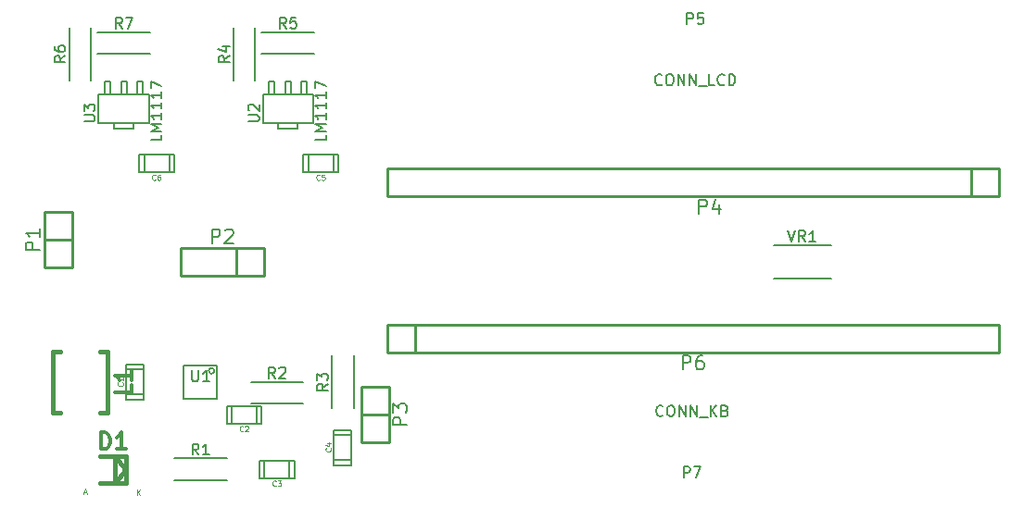
<source format=gto>
%FSLAX46Y46*%
G04 Gerber Fmt 4.6, Leading zero omitted, Abs format (unit mm)*
G04 Created by KiCad (PCBNEW (2014-09-02 BZR 5112)-product) date Fri 05 Sep 2014 18:15:05 BST*
%MOMM*%
G01*
G04 APERTURE LIST*
%ADD10C,0.100000*%
%ADD11C,0.127000*%
%ADD12C,0.381000*%
%ADD13C,0.254000*%
%ADD14C,0.150000*%
%ADD15C,0.152400*%
%ADD16C,0.119380*%
%ADD17C,0.304800*%
%ADD18C,0.099060*%
%ADD19C,0.203200*%
%ADD20C,0.200000*%
%ADD21C,0.200660*%
G04 APERTURE END LIST*
D10*
D11*
X146812800Y-130857000D02*
X145187200Y-130857000D01*
X145187200Y-133143000D02*
X146812800Y-133143000D01*
X145187200Y-133600200D02*
X146812800Y-133600200D01*
X146812800Y-133600200D02*
X146812800Y-130399800D01*
X146812800Y-130399800D02*
X145187200Y-130399800D01*
X145187200Y-130399800D02*
X145187200Y-133600200D01*
X154857000Y-134187200D02*
X154857000Y-135812800D01*
X157143000Y-135812800D02*
X157143000Y-134187200D01*
X157600200Y-135812800D02*
X157600200Y-134187200D01*
X157600200Y-134187200D02*
X154399800Y-134187200D01*
X154399800Y-134187200D02*
X154399800Y-135812800D01*
X154399800Y-135812800D02*
X157600200Y-135812800D01*
X157857000Y-139187200D02*
X157857000Y-140812800D01*
X160143000Y-140812800D02*
X160143000Y-139187200D01*
X160600200Y-140812800D02*
X160600200Y-139187200D01*
X160600200Y-139187200D02*
X157399800Y-139187200D01*
X157399800Y-139187200D02*
X157399800Y-140812800D01*
X157399800Y-140812800D02*
X160600200Y-140812800D01*
X165812800Y-136857000D02*
X164187200Y-136857000D01*
X164187200Y-139143000D02*
X165812800Y-139143000D01*
X164187200Y-139600200D02*
X165812800Y-139600200D01*
X165812800Y-139600200D02*
X165812800Y-136399800D01*
X165812800Y-136399800D02*
X164187200Y-136399800D01*
X164187200Y-136399800D02*
X164187200Y-139600200D01*
X161857000Y-111187200D02*
X161857000Y-112812800D01*
X164143000Y-112812800D02*
X164143000Y-111187200D01*
X164600200Y-112812800D02*
X164600200Y-111187200D01*
X164600200Y-111187200D02*
X161399800Y-111187200D01*
X161399800Y-111187200D02*
X161399800Y-112812800D01*
X161399800Y-112812800D02*
X164600200Y-112812800D01*
X146857000Y-111187200D02*
X146857000Y-112812800D01*
X149143000Y-112812800D02*
X149143000Y-111187200D01*
X149600200Y-112812800D02*
X149600200Y-111187200D01*
X149600200Y-111187200D02*
X146399800Y-111187200D01*
X146399800Y-111187200D02*
X146399800Y-112812800D01*
X146399800Y-112812800D02*
X149600200Y-112812800D01*
D12*
X145150620Y-140000000D02*
X144200660Y-138750320D01*
X144200660Y-138750320D02*
X144200660Y-141249680D01*
X144200660Y-141249680D02*
X145198880Y-140000000D01*
X145198880Y-138750320D02*
X145198880Y-141249680D01*
X142900180Y-138750320D02*
X142801120Y-138750320D01*
X142900180Y-141249680D02*
X142801120Y-141249680D01*
X145198880Y-138750320D02*
X142849380Y-138750320D01*
X145198880Y-141249680D02*
X142950980Y-141249680D01*
X138500640Y-134799080D02*
X138500640Y-129200920D01*
X138500640Y-129200920D02*
X139199140Y-129200920D01*
X139199140Y-134799080D02*
X138500640Y-134799080D01*
X143499360Y-134799080D02*
X142899920Y-134799080D01*
X142899920Y-134799080D02*
X142800860Y-134799080D01*
X143499360Y-134799080D02*
X143499360Y-129200920D01*
X143499360Y-129200920D02*
X142800860Y-129200920D01*
X142800860Y-129200920D02*
X142998980Y-129200920D01*
X142998980Y-129200920D02*
X142800860Y-129200920D01*
D13*
X137730000Y-119000000D02*
X140270000Y-119000000D01*
X137730000Y-116460000D02*
X140270000Y-116460000D01*
X140270000Y-116460000D02*
X140270000Y-119000000D01*
X140270000Y-119000000D02*
X140270000Y-121540000D01*
X140270000Y-121540000D02*
X137730000Y-121540000D01*
X137730000Y-121540000D02*
X137730000Y-116460000D01*
X155270000Y-122270000D02*
X150190000Y-122270000D01*
X150190000Y-122270000D02*
X150190000Y-119730000D01*
X150190000Y-119730000D02*
X155270000Y-119730000D01*
X157810000Y-119730000D02*
X155270000Y-119730000D01*
X155270000Y-119730000D02*
X155270000Y-122270000D01*
X157810000Y-119730000D02*
X157810000Y-122270000D01*
X157810000Y-122270000D02*
X155270000Y-122270000D01*
X169270000Y-135000000D02*
X166730000Y-135000000D01*
X169270000Y-137540000D02*
X166730000Y-137540000D01*
X166730000Y-137540000D02*
X166730000Y-135000000D01*
X166730000Y-135000000D02*
X166730000Y-132460000D01*
X166730000Y-132460000D02*
X169270000Y-132460000D01*
X169270000Y-132460000D02*
X169270000Y-137540000D01*
X222400000Y-114970000D02*
X169060000Y-114970000D01*
X169060000Y-114970000D02*
X169060000Y-112430000D01*
X169060000Y-112430000D02*
X222400000Y-112430000D01*
X224940000Y-112430000D02*
X222400000Y-112430000D01*
X222400000Y-112430000D02*
X222400000Y-114970000D01*
X224940000Y-112430000D02*
X224940000Y-114970000D01*
X224940000Y-114970000D02*
X222400000Y-114970000D01*
X171600000Y-126730000D02*
X224940000Y-126730000D01*
X224940000Y-126730000D02*
X224940000Y-129270000D01*
X224940000Y-129270000D02*
X171600000Y-129270000D01*
X169060000Y-129270000D02*
X171600000Y-129270000D01*
X171600000Y-129270000D02*
X171600000Y-126730000D01*
X169060000Y-129270000D02*
X169060000Y-126730000D01*
X169060000Y-126730000D02*
X171600000Y-126730000D01*
D14*
X149600000Y-141000000D02*
X154400000Y-141000000D01*
X149600000Y-139000000D02*
X154400000Y-139000000D01*
X156600000Y-134000000D02*
X161400000Y-134000000D01*
X156600000Y-132000000D02*
X161400000Y-132000000D01*
X166000000Y-134400000D02*
X166000000Y-129600000D01*
X164000000Y-134400000D02*
X164000000Y-129600000D01*
X157000000Y-104400000D02*
X157000000Y-99600000D01*
X155000000Y-104400000D02*
X155000000Y-99600000D01*
X157600000Y-102000000D02*
X162400000Y-102000000D01*
X157600000Y-100000000D02*
X162400000Y-100000000D01*
X142000000Y-104400000D02*
X142000000Y-99600000D01*
X140000000Y-104400000D02*
X140000000Y-99600000D01*
X142600000Y-102000000D02*
X147400000Y-102000000D01*
X142600000Y-100000000D02*
X147400000Y-100000000D01*
D15*
X153270000Y-130984000D02*
G75*
G03X153270000Y-130984000I-254000J0D01*
G74*
G01*
X150476000Y-130476000D02*
X153524000Y-130476000D01*
X153524000Y-130476000D02*
X153524000Y-133524000D01*
X153524000Y-133524000D02*
X150476000Y-133524000D01*
X150476000Y-133524000D02*
X150476000Y-130476000D01*
D11*
X158755400Y-104498100D02*
X158247400Y-104498100D01*
X158247400Y-104498100D02*
X158247400Y-105691900D01*
X158755400Y-104498100D02*
X158755400Y-105691900D01*
X160254000Y-104498100D02*
X160254000Y-105691900D01*
X159746000Y-104498100D02*
X159746000Y-105691900D01*
X160254000Y-104498100D02*
X159746000Y-104498100D01*
X161752600Y-104498100D02*
X161244600Y-104498100D01*
X161244600Y-104498100D02*
X161244600Y-105691900D01*
X161752600Y-104498100D02*
X161752600Y-105691900D01*
X160901700Y-108803400D02*
X159098300Y-108803400D01*
X159098300Y-108803400D02*
X159098300Y-108308100D01*
X160901700Y-108803400D02*
X160901700Y-108308100D01*
X162298700Y-105691900D02*
X162298700Y-108308100D01*
X162298700Y-108308100D02*
X157701300Y-108308100D01*
X157701300Y-108308100D02*
X157701300Y-105691900D01*
X157701300Y-105691900D02*
X162298700Y-105691900D01*
X143755400Y-104498100D02*
X143247400Y-104498100D01*
X143247400Y-104498100D02*
X143247400Y-105691900D01*
X143755400Y-104498100D02*
X143755400Y-105691900D01*
X145254000Y-104498100D02*
X145254000Y-105691900D01*
X144746000Y-104498100D02*
X144746000Y-105691900D01*
X145254000Y-104498100D02*
X144746000Y-104498100D01*
X146752600Y-104498100D02*
X146244600Y-104498100D01*
X146244600Y-104498100D02*
X146244600Y-105691900D01*
X146752600Y-104498100D02*
X146752600Y-105691900D01*
X145901700Y-108803400D02*
X144098300Y-108803400D01*
X144098300Y-108803400D02*
X144098300Y-108308100D01*
X145901700Y-108803400D02*
X145901700Y-108308100D01*
X147298700Y-105691900D02*
X147298700Y-108308100D01*
X147298700Y-108308100D02*
X142701300Y-108308100D01*
X142701300Y-108308100D02*
X142701300Y-105691900D01*
X142701300Y-105691900D02*
X147298700Y-105691900D01*
D14*
X204400000Y-122500000D02*
X209600000Y-122500000D01*
X204400000Y-119500000D02*
X209600000Y-119500000D01*
D16*
X144883307Y-132057996D02*
X144907135Y-132081824D01*
X144930962Y-132153307D01*
X144930962Y-132200962D01*
X144907135Y-132272445D01*
X144859480Y-132320100D01*
X144811824Y-132343928D01*
X144716514Y-132367756D01*
X144645031Y-132367756D01*
X144549720Y-132343928D01*
X144502065Y-132320100D01*
X144454410Y-132272445D01*
X144430582Y-132200962D01*
X144430582Y-132153307D01*
X144454410Y-132081824D01*
X144478238Y-132057996D01*
X144930962Y-131581444D02*
X144930962Y-131867376D01*
X144930962Y-131724410D02*
X144430582Y-131724410D01*
X144502065Y-131772065D01*
X144549720Y-131819720D01*
X144573548Y-131867376D01*
X155891204Y-136474107D02*
X155867376Y-136497935D01*
X155795893Y-136521762D01*
X155748238Y-136521762D01*
X155676755Y-136497935D01*
X155629100Y-136450280D01*
X155605272Y-136402624D01*
X155581444Y-136307314D01*
X155581444Y-136235831D01*
X155605272Y-136140520D01*
X155629100Y-136092865D01*
X155676755Y-136045210D01*
X155748238Y-136021382D01*
X155795893Y-136021382D01*
X155867376Y-136045210D01*
X155891204Y-136069038D01*
X156081824Y-136069038D02*
X156105652Y-136045210D01*
X156153307Y-136021382D01*
X156272445Y-136021382D01*
X156320101Y-136045210D01*
X156343928Y-136069038D01*
X156367756Y-136116693D01*
X156367756Y-136164348D01*
X156343928Y-136235831D01*
X156057997Y-136521762D01*
X156367756Y-136521762D01*
X158891204Y-141474107D02*
X158867376Y-141497935D01*
X158795893Y-141521762D01*
X158748238Y-141521762D01*
X158676755Y-141497935D01*
X158629100Y-141450280D01*
X158605272Y-141402624D01*
X158581444Y-141307314D01*
X158581444Y-141235831D01*
X158605272Y-141140520D01*
X158629100Y-141092865D01*
X158676755Y-141045210D01*
X158748238Y-141021382D01*
X158795893Y-141021382D01*
X158867376Y-141045210D01*
X158891204Y-141069038D01*
X159057997Y-141021382D02*
X159367756Y-141021382D01*
X159200963Y-141212003D01*
X159272445Y-141212003D01*
X159320101Y-141235831D01*
X159343928Y-141259659D01*
X159367756Y-141307314D01*
X159367756Y-141426452D01*
X159343928Y-141474107D01*
X159320101Y-141497935D01*
X159272445Y-141521762D01*
X159129480Y-141521762D01*
X159081824Y-141497935D01*
X159057997Y-141474107D01*
X163883307Y-138057996D02*
X163907135Y-138081824D01*
X163930962Y-138153307D01*
X163930962Y-138200962D01*
X163907135Y-138272445D01*
X163859480Y-138320100D01*
X163811824Y-138343928D01*
X163716514Y-138367756D01*
X163645031Y-138367756D01*
X163549720Y-138343928D01*
X163502065Y-138320100D01*
X163454410Y-138272445D01*
X163430582Y-138200962D01*
X163430582Y-138153307D01*
X163454410Y-138081824D01*
X163478238Y-138057996D01*
X163597376Y-137629099D02*
X163930962Y-137629099D01*
X163406755Y-137748237D02*
X163764169Y-137867376D01*
X163764169Y-137557616D01*
X162891204Y-113474107D02*
X162867376Y-113497935D01*
X162795893Y-113521762D01*
X162748238Y-113521762D01*
X162676755Y-113497935D01*
X162629100Y-113450280D01*
X162605272Y-113402624D01*
X162581444Y-113307314D01*
X162581444Y-113235831D01*
X162605272Y-113140520D01*
X162629100Y-113092865D01*
X162676755Y-113045210D01*
X162748238Y-113021382D01*
X162795893Y-113021382D01*
X162867376Y-113045210D01*
X162891204Y-113069038D01*
X163343928Y-113021382D02*
X163105652Y-113021382D01*
X163081824Y-113259659D01*
X163105652Y-113235831D01*
X163153307Y-113212003D01*
X163272445Y-113212003D01*
X163320101Y-113235831D01*
X163343928Y-113259659D01*
X163367756Y-113307314D01*
X163367756Y-113426452D01*
X163343928Y-113474107D01*
X163320101Y-113497935D01*
X163272445Y-113521762D01*
X163153307Y-113521762D01*
X163105652Y-113497935D01*
X163081824Y-113474107D01*
X147891204Y-113474107D02*
X147867376Y-113497935D01*
X147795893Y-113521762D01*
X147748238Y-113521762D01*
X147676755Y-113497935D01*
X147629100Y-113450280D01*
X147605272Y-113402624D01*
X147581444Y-113307314D01*
X147581444Y-113235831D01*
X147605272Y-113140520D01*
X147629100Y-113092865D01*
X147676755Y-113045210D01*
X147748238Y-113021382D01*
X147795893Y-113021382D01*
X147867376Y-113045210D01*
X147891204Y-113069038D01*
X148320101Y-113021382D02*
X148224790Y-113021382D01*
X148177135Y-113045210D01*
X148153307Y-113069038D01*
X148105652Y-113140520D01*
X148081824Y-113235831D01*
X148081824Y-113426452D01*
X148105652Y-113474107D01*
X148129480Y-113497935D01*
X148177135Y-113521762D01*
X148272445Y-113521762D01*
X148320101Y-113497935D01*
X148343928Y-113474107D01*
X148367756Y-113426452D01*
X148367756Y-113307314D01*
X148343928Y-113259659D01*
X148320101Y-113235831D01*
X148272445Y-113212003D01*
X148177135Y-113212003D01*
X148129480Y-113235831D01*
X148105652Y-113259659D01*
X148081824Y-113307314D01*
D17*
X142875143Y-138149429D02*
X142875143Y-136625429D01*
X143238000Y-136625429D01*
X143455715Y-136698000D01*
X143600857Y-136843143D01*
X143673429Y-136988286D01*
X143746000Y-137278571D01*
X143746000Y-137496286D01*
X143673429Y-137786571D01*
X143600857Y-137931714D01*
X143455715Y-138076857D01*
X143238000Y-138149429D01*
X142875143Y-138149429D01*
X145197429Y-138149429D02*
X144326572Y-138149429D01*
X144762000Y-138149429D02*
X144762000Y-136625429D01*
X144616857Y-136843143D01*
X144471715Y-136988286D01*
X144326572Y-137060857D01*
D18*
X141330702Y-142133177D02*
X141568979Y-142133177D01*
X141283047Y-142276142D02*
X141449841Y-141775762D01*
X141616634Y-142276142D01*
X146218448Y-142375202D02*
X146218448Y-141874822D01*
X146504380Y-142375202D02*
X146289931Y-142089271D01*
X146504380Y-141874822D02*
X146218448Y-142160754D01*
D17*
X145689929Y-132254000D02*
X145689929Y-132979714D01*
X144165929Y-132979714D01*
X145689929Y-130947714D02*
X145689929Y-131818571D01*
X145689929Y-131383143D02*
X144165929Y-131383143D01*
X144383643Y-131528286D01*
X144528786Y-131673428D01*
X144601357Y-131818571D01*
D19*
X137288524Y-119937381D02*
X136018524Y-119937381D01*
X136018524Y-119453572D01*
X136079000Y-119332619D01*
X136139476Y-119272143D01*
X136260429Y-119211667D01*
X136441857Y-119211667D01*
X136562810Y-119272143D01*
X136623286Y-119332619D01*
X136683762Y-119453572D01*
X136683762Y-119937381D01*
X137288524Y-118002143D02*
X137288524Y-118727857D01*
X137288524Y-118365000D02*
X136018524Y-118365000D01*
X136199952Y-118485952D01*
X136320905Y-118606905D01*
X136381381Y-118727857D01*
X153062619Y-119288524D02*
X153062619Y-118018524D01*
X153546428Y-118018524D01*
X153667381Y-118079000D01*
X153727857Y-118139476D01*
X153788333Y-118260429D01*
X153788333Y-118441857D01*
X153727857Y-118562810D01*
X153667381Y-118623286D01*
X153546428Y-118683762D01*
X153062619Y-118683762D01*
X154272143Y-118139476D02*
X154332619Y-118079000D01*
X154453571Y-118018524D01*
X154755952Y-118018524D01*
X154876905Y-118079000D01*
X154937381Y-118139476D01*
X154997857Y-118260429D01*
X154997857Y-118381381D01*
X154937381Y-118562810D01*
X154211667Y-119288524D01*
X154997857Y-119288524D01*
X170860524Y-135937381D02*
X169590524Y-135937381D01*
X169590524Y-135453572D01*
X169651000Y-135332619D01*
X169711476Y-135272143D01*
X169832429Y-135211667D01*
X170013857Y-135211667D01*
X170134810Y-135272143D01*
X170195286Y-135332619D01*
X170255762Y-135453572D01*
X170255762Y-135937381D01*
X169590524Y-134788333D02*
X169590524Y-134002143D01*
X170074333Y-134425476D01*
X170074333Y-134244048D01*
X170134810Y-134123095D01*
X170195286Y-134062619D01*
X170316238Y-134002143D01*
X170618619Y-134002143D01*
X170739571Y-134062619D01*
X170800048Y-134123095D01*
X170860524Y-134244048D01*
X170860524Y-134606905D01*
X170800048Y-134727857D01*
X170739571Y-134788333D01*
X197562619Y-116574524D02*
X197562619Y-115304524D01*
X198046428Y-115304524D01*
X198167381Y-115365000D01*
X198227857Y-115425476D01*
X198288333Y-115546429D01*
X198288333Y-115727857D01*
X198227857Y-115848810D01*
X198167381Y-115909286D01*
X198046428Y-115969762D01*
X197562619Y-115969762D01*
X199376905Y-115727857D02*
X199376905Y-116574524D01*
X199074524Y-115244048D02*
X198772143Y-116151190D01*
X199558333Y-116151190D01*
X196062619Y-130860524D02*
X196062619Y-129590524D01*
X196546428Y-129590524D01*
X196667381Y-129651000D01*
X196727857Y-129711476D01*
X196788333Y-129832429D01*
X196788333Y-130013857D01*
X196727857Y-130134810D01*
X196667381Y-130195286D01*
X196546428Y-130255762D01*
X196062619Y-130255762D01*
X197876905Y-129590524D02*
X197635000Y-129590524D01*
X197514048Y-129651000D01*
X197453571Y-129711476D01*
X197332619Y-129892905D01*
X197272143Y-130134810D01*
X197272143Y-130618619D01*
X197332619Y-130739571D01*
X197393095Y-130800048D01*
X197514048Y-130860524D01*
X197755952Y-130860524D01*
X197876905Y-130800048D01*
X197937381Y-130739571D01*
X197997857Y-130618619D01*
X197997857Y-130316238D01*
X197937381Y-130195286D01*
X197876905Y-130134810D01*
X197755952Y-130074333D01*
X197514048Y-130074333D01*
X197393095Y-130134810D01*
X197332619Y-130195286D01*
X197272143Y-130316238D01*
D20*
X151833334Y-138652381D02*
X151500000Y-138176190D01*
X151261905Y-138652381D02*
X151261905Y-137652381D01*
X151642858Y-137652381D01*
X151738096Y-137700000D01*
X151785715Y-137747619D01*
X151833334Y-137842857D01*
X151833334Y-137985714D01*
X151785715Y-138080952D01*
X151738096Y-138128571D01*
X151642858Y-138176190D01*
X151261905Y-138176190D01*
X152785715Y-138652381D02*
X152214286Y-138652381D01*
X152500000Y-138652381D02*
X152500000Y-137652381D01*
X152404762Y-137795238D01*
X152309524Y-137890476D01*
X152214286Y-137938095D01*
X158833334Y-131652381D02*
X158500000Y-131176190D01*
X158261905Y-131652381D02*
X158261905Y-130652381D01*
X158642858Y-130652381D01*
X158738096Y-130700000D01*
X158785715Y-130747619D01*
X158833334Y-130842857D01*
X158833334Y-130985714D01*
X158785715Y-131080952D01*
X158738096Y-131128571D01*
X158642858Y-131176190D01*
X158261905Y-131176190D01*
X159214286Y-130747619D02*
X159261905Y-130700000D01*
X159357143Y-130652381D01*
X159595239Y-130652381D01*
X159690477Y-130700000D01*
X159738096Y-130747619D01*
X159785715Y-130842857D01*
X159785715Y-130938095D01*
X159738096Y-131080952D01*
X159166667Y-131652381D01*
X159785715Y-131652381D01*
X163652381Y-132166666D02*
X163176190Y-132500000D01*
X163652381Y-132738095D02*
X162652381Y-132738095D01*
X162652381Y-132357142D01*
X162700000Y-132261904D01*
X162747619Y-132214285D01*
X162842857Y-132166666D01*
X162985714Y-132166666D01*
X163080952Y-132214285D01*
X163128571Y-132261904D01*
X163176190Y-132357142D01*
X163176190Y-132738095D01*
X162652381Y-131833333D02*
X162652381Y-131214285D01*
X163033333Y-131547619D01*
X163033333Y-131404761D01*
X163080952Y-131309523D01*
X163128571Y-131261904D01*
X163223810Y-131214285D01*
X163461905Y-131214285D01*
X163557143Y-131261904D01*
X163604762Y-131309523D01*
X163652381Y-131404761D01*
X163652381Y-131690476D01*
X163604762Y-131785714D01*
X163557143Y-131833333D01*
X154652381Y-102166666D02*
X154176190Y-102500000D01*
X154652381Y-102738095D02*
X153652381Y-102738095D01*
X153652381Y-102357142D01*
X153700000Y-102261904D01*
X153747619Y-102214285D01*
X153842857Y-102166666D01*
X153985714Y-102166666D01*
X154080952Y-102214285D01*
X154128571Y-102261904D01*
X154176190Y-102357142D01*
X154176190Y-102738095D01*
X153985714Y-101309523D02*
X154652381Y-101309523D01*
X153604762Y-101547619D02*
X154319048Y-101785714D01*
X154319048Y-101166666D01*
X159833334Y-99652381D02*
X159500000Y-99176190D01*
X159261905Y-99652381D02*
X159261905Y-98652381D01*
X159642858Y-98652381D01*
X159738096Y-98700000D01*
X159785715Y-98747619D01*
X159833334Y-98842857D01*
X159833334Y-98985714D01*
X159785715Y-99080952D01*
X159738096Y-99128571D01*
X159642858Y-99176190D01*
X159261905Y-99176190D01*
X160738096Y-98652381D02*
X160261905Y-98652381D01*
X160214286Y-99128571D01*
X160261905Y-99080952D01*
X160357143Y-99033333D01*
X160595239Y-99033333D01*
X160690477Y-99080952D01*
X160738096Y-99128571D01*
X160785715Y-99223810D01*
X160785715Y-99461905D01*
X160738096Y-99557143D01*
X160690477Y-99604762D01*
X160595239Y-99652381D01*
X160357143Y-99652381D01*
X160261905Y-99604762D01*
X160214286Y-99557143D01*
X139652381Y-102166666D02*
X139176190Y-102500000D01*
X139652381Y-102738095D02*
X138652381Y-102738095D01*
X138652381Y-102357142D01*
X138700000Y-102261904D01*
X138747619Y-102214285D01*
X138842857Y-102166666D01*
X138985714Y-102166666D01*
X139080952Y-102214285D01*
X139128571Y-102261904D01*
X139176190Y-102357142D01*
X139176190Y-102738095D01*
X138652381Y-101309523D02*
X138652381Y-101500000D01*
X138700000Y-101595238D01*
X138747619Y-101642857D01*
X138890476Y-101738095D01*
X139080952Y-101785714D01*
X139461905Y-101785714D01*
X139557143Y-101738095D01*
X139604762Y-101690476D01*
X139652381Y-101595238D01*
X139652381Y-101404761D01*
X139604762Y-101309523D01*
X139557143Y-101261904D01*
X139461905Y-101214285D01*
X139223810Y-101214285D01*
X139128571Y-101261904D01*
X139080952Y-101309523D01*
X139033333Y-101404761D01*
X139033333Y-101595238D01*
X139080952Y-101690476D01*
X139128571Y-101738095D01*
X139223810Y-101785714D01*
X144833334Y-99652381D02*
X144500000Y-99176190D01*
X144261905Y-99652381D02*
X144261905Y-98652381D01*
X144642858Y-98652381D01*
X144738096Y-98700000D01*
X144785715Y-98747619D01*
X144833334Y-98842857D01*
X144833334Y-98985714D01*
X144785715Y-99080952D01*
X144738096Y-99128571D01*
X144642858Y-99176190D01*
X144261905Y-99176190D01*
X145166667Y-98652381D02*
X145833334Y-98652381D01*
X145404762Y-99652381D01*
D15*
X151225905Y-130935619D02*
X151225905Y-131758095D01*
X151274286Y-131854857D01*
X151322667Y-131903238D01*
X151419429Y-131951619D01*
X151612952Y-131951619D01*
X151709714Y-131903238D01*
X151758095Y-131854857D01*
X151806476Y-131758095D01*
X151806476Y-130935619D01*
X152822476Y-131951619D02*
X152241905Y-131951619D01*
X152532191Y-131951619D02*
X152532191Y-130935619D01*
X152435429Y-131080762D01*
X152338667Y-131177524D01*
X152241905Y-131225905D01*
D21*
X156353165Y-108161264D02*
X157163304Y-108161264D01*
X157258614Y-108113609D01*
X157306270Y-108065953D01*
X157353925Y-107970643D01*
X157353925Y-107780022D01*
X157306270Y-107684711D01*
X157258614Y-107637056D01*
X157163304Y-107589401D01*
X156353165Y-107589401D01*
X156448475Y-107160504D02*
X156400820Y-107112849D01*
X156353165Y-107017538D01*
X156353165Y-106779262D01*
X156400820Y-106683952D01*
X156448475Y-106636296D01*
X156543786Y-106588641D01*
X156639096Y-106588641D01*
X156782062Y-106636296D01*
X157353925Y-107208159D01*
X157353925Y-106588641D01*
X163452465Y-109368973D02*
X163452465Y-109845526D01*
X162451705Y-109845526D01*
X163452465Y-109035387D02*
X162451705Y-109035387D01*
X163166533Y-108701800D01*
X162451705Y-108368213D01*
X163452465Y-108368213D01*
X163452465Y-107367453D02*
X163452465Y-107939316D01*
X163452465Y-107653385D02*
X162451705Y-107653385D01*
X162594670Y-107748695D01*
X162689981Y-107844006D01*
X162737636Y-107939316D01*
X163452465Y-106414348D02*
X163452465Y-106986211D01*
X163452465Y-106700280D02*
X162451705Y-106700280D01*
X162594670Y-106795590D01*
X162689981Y-106890901D01*
X162737636Y-106986211D01*
X163452465Y-105461243D02*
X163452465Y-106033106D01*
X163452465Y-105747175D02*
X162451705Y-105747175D01*
X162594670Y-105842485D01*
X162689981Y-105937796D01*
X162737636Y-106033106D01*
X162451705Y-105127656D02*
X162451705Y-104460483D01*
X163452465Y-104889380D01*
X141353165Y-108161264D02*
X142163304Y-108161264D01*
X142258614Y-108113609D01*
X142306270Y-108065953D01*
X142353925Y-107970643D01*
X142353925Y-107780022D01*
X142306270Y-107684711D01*
X142258614Y-107637056D01*
X142163304Y-107589401D01*
X141353165Y-107589401D01*
X141353165Y-107208159D02*
X141353165Y-106588641D01*
X141734407Y-106922228D01*
X141734407Y-106779262D01*
X141782062Y-106683952D01*
X141829717Y-106636296D01*
X141925028Y-106588641D01*
X142163304Y-106588641D01*
X142258614Y-106636296D01*
X142306270Y-106683952D01*
X142353925Y-106779262D01*
X142353925Y-107065194D01*
X142306270Y-107160504D01*
X142258614Y-107208159D01*
X148452465Y-109368973D02*
X148452465Y-109845526D01*
X147451705Y-109845526D01*
X148452465Y-109035387D02*
X147451705Y-109035387D01*
X148166533Y-108701800D01*
X147451705Y-108368213D01*
X148452465Y-108368213D01*
X148452465Y-107367453D02*
X148452465Y-107939316D01*
X148452465Y-107653385D02*
X147451705Y-107653385D01*
X147594670Y-107748695D01*
X147689981Y-107844006D01*
X147737636Y-107939316D01*
X148452465Y-106414348D02*
X148452465Y-106986211D01*
X148452465Y-106700280D02*
X147451705Y-106700280D01*
X147594670Y-106795590D01*
X147689981Y-106890901D01*
X147737636Y-106986211D01*
X148452465Y-105461243D02*
X148452465Y-106033106D01*
X148452465Y-105747175D02*
X147451705Y-105747175D01*
X147594670Y-105842485D01*
X147689981Y-105937796D01*
X147737636Y-106033106D01*
X147451705Y-105127656D02*
X147451705Y-104460483D01*
X148452465Y-104889380D01*
D20*
X205690476Y-118152381D02*
X206023809Y-119152381D01*
X206357143Y-118152381D01*
X207261905Y-119152381D02*
X206928571Y-118676190D01*
X206690476Y-119152381D02*
X206690476Y-118152381D01*
X207071429Y-118152381D01*
X207166667Y-118200000D01*
X207214286Y-118247619D01*
X207261905Y-118342857D01*
X207261905Y-118485714D01*
X207214286Y-118580952D01*
X207166667Y-118628571D01*
X207071429Y-118676190D01*
X206690476Y-118676190D01*
X208214286Y-119152381D02*
X207642857Y-119152381D01*
X207928571Y-119152381D02*
X207928571Y-118152381D01*
X207833333Y-118295238D01*
X207738095Y-118390476D01*
X207642857Y-118438095D01*
D14*
X196461905Y-99252381D02*
X196461905Y-98252381D01*
X196842858Y-98252381D01*
X196938096Y-98300000D01*
X196985715Y-98347619D01*
X197033334Y-98442857D01*
X197033334Y-98585714D01*
X196985715Y-98680952D01*
X196938096Y-98728571D01*
X196842858Y-98776190D01*
X196461905Y-98776190D01*
X197938096Y-98252381D02*
X197461905Y-98252381D01*
X197414286Y-98728571D01*
X197461905Y-98680952D01*
X197557143Y-98633333D01*
X197795239Y-98633333D01*
X197890477Y-98680952D01*
X197938096Y-98728571D01*
X197985715Y-98823810D01*
X197985715Y-99061905D01*
X197938096Y-99157143D01*
X197890477Y-99204762D01*
X197795239Y-99252381D01*
X197557143Y-99252381D01*
X197461905Y-99204762D01*
X197414286Y-99157143D01*
X194152381Y-104757143D02*
X194104762Y-104804762D01*
X193961905Y-104852381D01*
X193866667Y-104852381D01*
X193723809Y-104804762D01*
X193628571Y-104709524D01*
X193580952Y-104614286D01*
X193533333Y-104423810D01*
X193533333Y-104280952D01*
X193580952Y-104090476D01*
X193628571Y-103995238D01*
X193723809Y-103900000D01*
X193866667Y-103852381D01*
X193961905Y-103852381D01*
X194104762Y-103900000D01*
X194152381Y-103947619D01*
X194771428Y-103852381D02*
X194961905Y-103852381D01*
X195057143Y-103900000D01*
X195152381Y-103995238D01*
X195200000Y-104185714D01*
X195200000Y-104519048D01*
X195152381Y-104709524D01*
X195057143Y-104804762D01*
X194961905Y-104852381D01*
X194771428Y-104852381D01*
X194676190Y-104804762D01*
X194580952Y-104709524D01*
X194533333Y-104519048D01*
X194533333Y-104185714D01*
X194580952Y-103995238D01*
X194676190Y-103900000D01*
X194771428Y-103852381D01*
X195628571Y-104852381D02*
X195628571Y-103852381D01*
X196200000Y-104852381D01*
X196200000Y-103852381D01*
X196676190Y-104852381D02*
X196676190Y-103852381D01*
X197247619Y-104852381D01*
X197247619Y-103852381D01*
X197485714Y-104947619D02*
X198247619Y-104947619D01*
X198961905Y-104852381D02*
X198485714Y-104852381D01*
X198485714Y-103852381D01*
X199866667Y-104757143D02*
X199819048Y-104804762D01*
X199676191Y-104852381D01*
X199580953Y-104852381D01*
X199438095Y-104804762D01*
X199342857Y-104709524D01*
X199295238Y-104614286D01*
X199247619Y-104423810D01*
X199247619Y-104280952D01*
X199295238Y-104090476D01*
X199342857Y-103995238D01*
X199438095Y-103900000D01*
X199580953Y-103852381D01*
X199676191Y-103852381D01*
X199819048Y-103900000D01*
X199866667Y-103947619D01*
X200295238Y-104852381D02*
X200295238Y-103852381D01*
X200533333Y-103852381D01*
X200676191Y-103900000D01*
X200771429Y-103995238D01*
X200819048Y-104090476D01*
X200866667Y-104280952D01*
X200866667Y-104423810D01*
X200819048Y-104614286D01*
X200771429Y-104709524D01*
X200676191Y-104804762D01*
X200533333Y-104852381D01*
X200295238Y-104852381D01*
X196161905Y-140752381D02*
X196161905Y-139752381D01*
X196542858Y-139752381D01*
X196638096Y-139800000D01*
X196685715Y-139847619D01*
X196733334Y-139942857D01*
X196733334Y-140085714D01*
X196685715Y-140180952D01*
X196638096Y-140228571D01*
X196542858Y-140276190D01*
X196161905Y-140276190D01*
X197066667Y-139752381D02*
X197733334Y-139752381D01*
X197304762Y-140752381D01*
X194257143Y-135057143D02*
X194209524Y-135104762D01*
X194066667Y-135152381D01*
X193971429Y-135152381D01*
X193828571Y-135104762D01*
X193733333Y-135009524D01*
X193685714Y-134914286D01*
X193638095Y-134723810D01*
X193638095Y-134580952D01*
X193685714Y-134390476D01*
X193733333Y-134295238D01*
X193828571Y-134200000D01*
X193971429Y-134152381D01*
X194066667Y-134152381D01*
X194209524Y-134200000D01*
X194257143Y-134247619D01*
X194876190Y-134152381D02*
X195066667Y-134152381D01*
X195161905Y-134200000D01*
X195257143Y-134295238D01*
X195304762Y-134485714D01*
X195304762Y-134819048D01*
X195257143Y-135009524D01*
X195161905Y-135104762D01*
X195066667Y-135152381D01*
X194876190Y-135152381D01*
X194780952Y-135104762D01*
X194685714Y-135009524D01*
X194638095Y-134819048D01*
X194638095Y-134485714D01*
X194685714Y-134295238D01*
X194780952Y-134200000D01*
X194876190Y-134152381D01*
X195733333Y-135152381D02*
X195733333Y-134152381D01*
X196304762Y-135152381D01*
X196304762Y-134152381D01*
X196780952Y-135152381D02*
X196780952Y-134152381D01*
X197352381Y-135152381D01*
X197352381Y-134152381D01*
X197590476Y-135247619D02*
X198352381Y-135247619D01*
X198590476Y-135152381D02*
X198590476Y-134152381D01*
X199161905Y-135152381D02*
X198733333Y-134580952D01*
X199161905Y-134152381D02*
X198590476Y-134723810D01*
X199923810Y-134628571D02*
X200066667Y-134676190D01*
X200114286Y-134723810D01*
X200161905Y-134819048D01*
X200161905Y-134961905D01*
X200114286Y-135057143D01*
X200066667Y-135104762D01*
X199971429Y-135152381D01*
X199590476Y-135152381D01*
X199590476Y-134152381D01*
X199923810Y-134152381D01*
X200019048Y-134200000D01*
X200066667Y-134247619D01*
X200114286Y-134342857D01*
X200114286Y-134438095D01*
X200066667Y-134533333D01*
X200019048Y-134580952D01*
X199923810Y-134628571D01*
X199590476Y-134628571D01*
M02*

</source>
